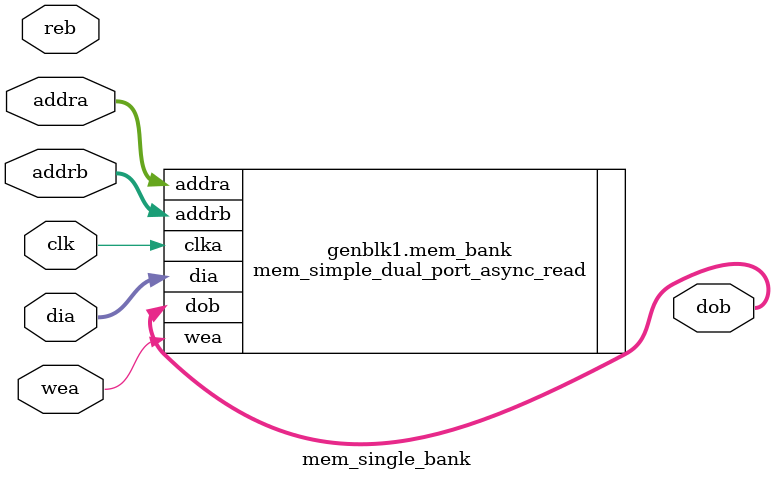
<source format=sv>
/*******************************************************************************
#   +html+<pre>
#
#   FILENAME: mem_single_bank.sv
#   AUTHOR: Greg Taylor     CREATION DATE: 20 Sept 2025
#
#   DESCRIPTION:
#
#   CHANGE HISTORY:
#   20 Sept 2025    Greg Taylor
#       Initial version
#
#   Copyright (C) 2014 Greg Taylor <gtaylor@sonic.net>
#
#   This file is part of OPL3 FPGA.
#
#   OPL3 FPGA is free software: you can redistribute it and/or modify
#   it under the terms of the GNU Lesser General Public License as published by
#   the Free Software Foundation, either version 3 of the License, or
#   (at your option) any later version.
#
#   OPL3 FPGA is distributed in the hope that it will be useful,
#   but WITHOUT ANY WARRANTY; without even the implied warranty of
#   MERCHANTABILITY or FITNESS FOR A PARTICULAR PURPOSE.  See the
#   GNU Lesser General Public License for more details.
#
#   You should have received a copy of the GNU Lesser General Public License
#   along with OPL3 FPGA.  If not, see <http://www.gnu.org/licenses/>.
#
#   Original Java Code:
#   Copyright (C) 2008 Robson Cozendey <robson@cozendey.com>
#
#   Original C++ Code:
#   Copyright (C) 2012  Steffen Ohrendorf <steffen.ohrendorf@gmx.de>
#
#   Some code based on forum posts in:
#   http://forums.submarine.org.uk/phpBB/viewforum.php?f=9,
#   Copyright (C) 2010-2013 by carbon14 and opl3
#
#******************************************************************************/
`timescale 1ns / 1ps
`default_nettype none

module mem_single_bank #(
    parameter DATA_WIDTH = 0,
    parameter DEPTH = 0,
    parameter OUTPUT_DELAY = 0, // 0, 1, or 2
    parameter DEFAULT_VALUE = 0
) (
    input wire clk,
    input wire wea,
    input wire reb, // only used if OUTPUT_DELAY >0
    input wire [$clog2(DEPTH)-1:0] addra,
    input wire [$clog2(DEPTH)-1:0] addrb,
    input wire [DATA_WIDTH-1:0] dia,
    output logic [DATA_WIDTH-1:0] dob
);
    if (OUTPUT_DELAY == 0)
        mem_simple_dual_port_async_read #(
            .DATA_WIDTH(DATA_WIDTH),
            .DEPTH(DEPTH),
            .DEFAULT_VALUE(DEFAULT_VALUE)
        ) mem_bank (
            .clka(clk),
            .wea,
            .addra,
            .addrb,
            .dia,
            .dob
        );
    else
        mem_simple_dual_port #(
            .DATA_WIDTH(DATA_WIDTH),
            .DEPTH(DEPTH),
            .OUTPUT_DELAY(OUTPUT_DELAY),
            .DEFAULT_VALUE(DEFAULT_VALUE)
        ) mem_bank (
            .clka(clk),
            .clkb(clk),
            .wea,
            .reb,
            .addra,
            .addrb,
            .dia,
            .dob
        );
endmodule
`default_nettype wire

</source>
